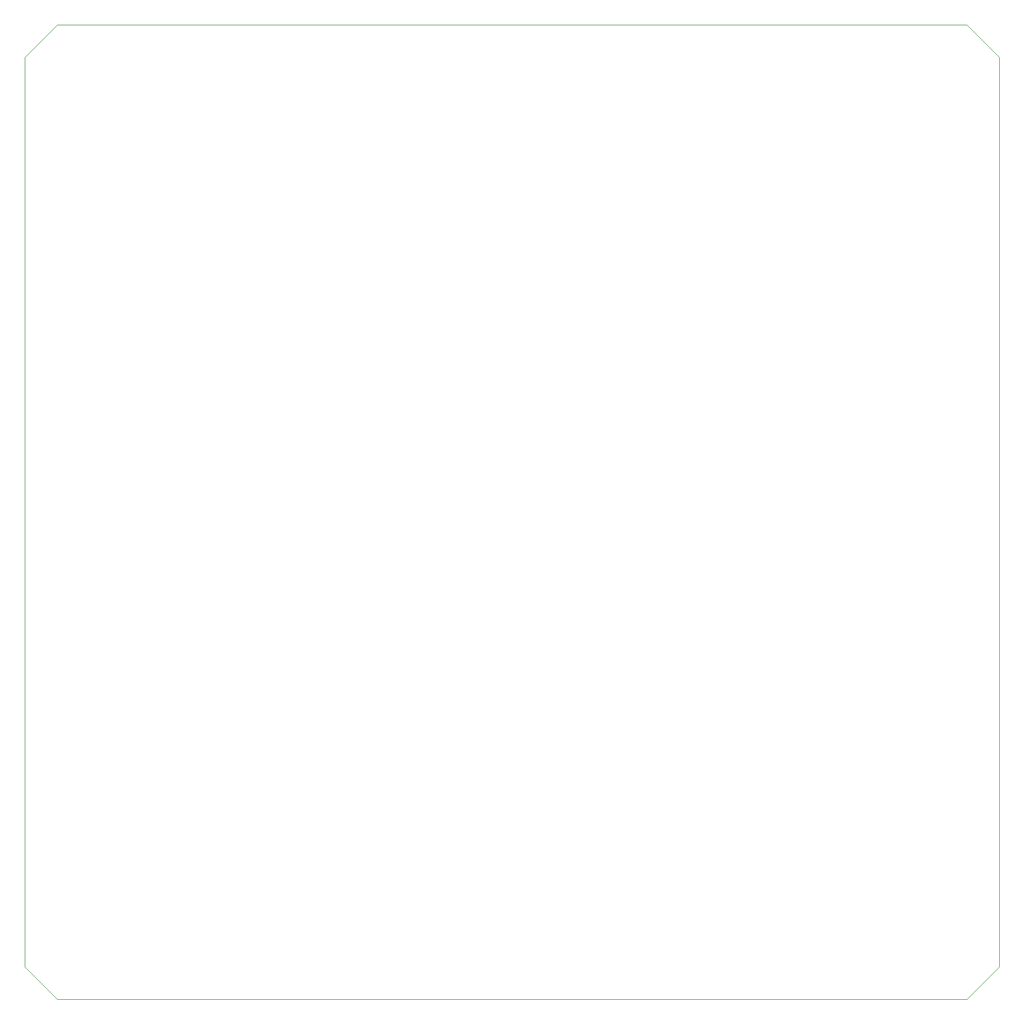
<source format=gbr>
G04 #@! TF.GenerationSoftware,KiCad,Pcbnew,(6.0.7)*
G04 #@! TF.CreationDate,2022-09-25T13:17:08+05:30*
G04 #@! TF.ProjectId,OstronElectronicsStack,4f737472-6f6e-4456-9c65-6374726f6e69,1.0*
G04 #@! TF.SameCoordinates,Original*
G04 #@! TF.FileFunction,Profile,NP*
%FSLAX46Y46*%
G04 Gerber Fmt 4.6, Leading zero omitted, Abs format (unit mm)*
G04 Created by KiCad (PCBNEW (6.0.7)) date 2022-09-25 13:17:08*
%MOMM*%
%LPD*%
G01*
G04 APERTURE LIST*
G04 #@! TA.AperFunction,Profile*
%ADD10C,0.050000*%
G04 #@! TD*
G04 APERTURE END LIST*
D10*
X165010000Y-27060000D02*
X170010000Y-32060000D01*
X25010000Y-27060000D02*
X20010000Y-32060000D01*
X20010000Y-172060000D02*
X25010000Y-177060000D01*
X165010000Y-177060000D02*
X170010000Y-172060000D01*
X165010000Y-177060000D02*
X25010000Y-177060000D01*
X20010000Y-172060000D02*
X20010000Y-32060000D01*
X170010000Y-32060000D02*
X170010000Y-172060000D01*
X25010000Y-27060000D02*
X165010000Y-27060000D01*
M02*

</source>
